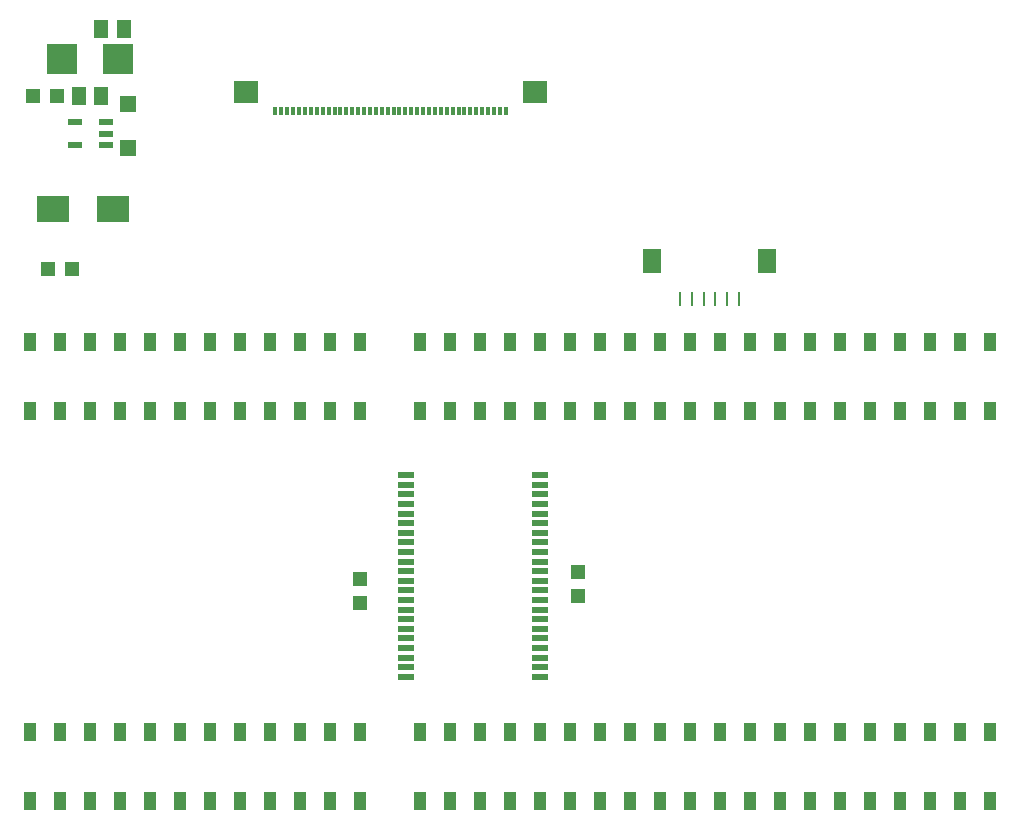
<source format=gtp>
G04 EAGLE Gerber RS-274X export*
G75*
%MOMM*%
%FSLAX34Y34*%
%LPD*%
%INSolderpaste Top*%
%IPPOS*%
%AMOC8*
5,1,8,0,0,1.08239X$1,22.5*%
G01*
%ADD10R,1.300000X1.200000*%
%ADD11R,1.200000X1.300000*%
%ADD12R,1.300000X1.500000*%
%ADD13R,2.540000X2.540000*%
%ADD14R,1.400000X1.400000*%
%ADD15R,0.300000X0.800000*%
%ADD16R,2.000000X1.900000*%
%ADD17R,0.250000X1.250000*%
%ADD18R,1.650000X2.050000*%
%ADD19R,2.692400X2.209800*%
%ADD20R,1.320800X0.508000*%
%ADD21R,0.990600X1.549400*%
%ADD22R,1.200000X0.550000*%


D10*
X488950Y193040D03*
X488950Y213360D03*
D11*
X40640Y469900D03*
X60960Y469900D03*
D12*
X104750Y673100D03*
X85750Y673100D03*
X66700Y615950D03*
X85700Y615950D03*
D13*
X99695Y647700D03*
X52705Y647700D03*
D14*
X107950Y609050D03*
X107950Y572050D03*
D15*
X428100Y603650D03*
X423100Y603650D03*
X418100Y603650D03*
X413100Y603650D03*
X408100Y603650D03*
X403100Y603650D03*
X398100Y603650D03*
X393100Y603650D03*
X388100Y603650D03*
X383100Y603650D03*
X378100Y603650D03*
X373100Y603650D03*
X368100Y603650D03*
X363100Y603650D03*
X358100Y603650D03*
X353100Y603650D03*
X348100Y603650D03*
X343100Y603650D03*
X338100Y603650D03*
X333100Y603650D03*
X328100Y603650D03*
X323100Y603650D03*
X318100Y603650D03*
X313100Y603650D03*
X308100Y603650D03*
X303100Y603650D03*
X298100Y603650D03*
X293100Y603650D03*
X288100Y603650D03*
X283100Y603650D03*
D16*
X208562Y619650D03*
X452600Y619650D03*
D15*
X278100Y603650D03*
X273100Y603650D03*
X268100Y603650D03*
X263100Y603650D03*
X258100Y603650D03*
X253100Y603650D03*
X248100Y603650D03*
X243100Y603650D03*
X238100Y603650D03*
X233100Y603650D03*
D17*
X625550Y443750D03*
X615550Y443750D03*
X605550Y443750D03*
X595550Y443750D03*
X585550Y443750D03*
X575550Y443750D03*
D18*
X551550Y476250D03*
X649550Y476250D03*
D19*
X95377Y520700D03*
X44323Y520700D03*
D11*
X27940Y615950D03*
X48260Y615950D03*
D20*
X343281Y294894D03*
X343281Y286766D03*
X343281Y278638D03*
X343281Y270510D03*
X343281Y262382D03*
X343281Y254254D03*
X343281Y246126D03*
X343281Y237998D03*
X343281Y229870D03*
X343281Y221742D03*
X343281Y213614D03*
X343281Y205486D03*
X343281Y197358D03*
X343281Y189230D03*
X343281Y181102D03*
X343281Y172974D03*
X343281Y164846D03*
X343281Y156718D03*
X343281Y148590D03*
X343281Y140462D03*
X343281Y132334D03*
X343281Y124206D03*
X456819Y124206D03*
X456819Y132334D03*
X456819Y140462D03*
X456819Y148590D03*
X456819Y156718D03*
X456819Y164846D03*
X456819Y172974D03*
X456819Y181102D03*
X456819Y189230D03*
X456819Y197358D03*
X456819Y205486D03*
X456819Y213614D03*
X456819Y221742D03*
X456819Y229870D03*
X456819Y237998D03*
X456819Y246126D03*
X456819Y254254D03*
X456819Y262382D03*
X456819Y270510D03*
X456819Y278638D03*
X456819Y286766D03*
X456819Y294894D03*
D21*
X304800Y19050D03*
X279400Y19050D03*
X254000Y19050D03*
X228600Y19050D03*
X203200Y19050D03*
X177800Y19050D03*
X152400Y19050D03*
X127000Y19050D03*
X101600Y19050D03*
X76200Y19050D03*
X50800Y19050D03*
X25400Y19050D03*
X304800Y77470D03*
X279400Y77470D03*
X254000Y77470D03*
X228600Y77470D03*
X203200Y77470D03*
X177800Y77470D03*
X152400Y77470D03*
X127000Y77470D03*
X101600Y77470D03*
X76200Y77470D03*
X50800Y77470D03*
X25400Y77470D03*
X838200Y19050D03*
X812800Y19050D03*
X787400Y19050D03*
X762000Y19050D03*
X736600Y19050D03*
X711200Y19050D03*
X685800Y19050D03*
X660400Y19050D03*
X635000Y19050D03*
X609600Y19050D03*
X381000Y19050D03*
X355600Y19050D03*
X838200Y77470D03*
X812800Y77470D03*
X787400Y77470D03*
X762000Y77470D03*
X736600Y77470D03*
X711200Y77470D03*
X685800Y77470D03*
X660400Y77470D03*
X635000Y77470D03*
X609600Y77470D03*
X381000Y77470D03*
X355600Y77470D03*
X584200Y19050D03*
X558800Y19050D03*
X533400Y19050D03*
X508000Y19050D03*
X482600Y19050D03*
X457200Y19050D03*
X431800Y19050D03*
X406400Y19050D03*
X584200Y77470D03*
X558800Y77470D03*
X533400Y77470D03*
X508000Y77470D03*
X482600Y77470D03*
X457200Y77470D03*
X431800Y77470D03*
X406400Y77470D03*
X304800Y349250D03*
X279400Y349250D03*
X254000Y349250D03*
X228600Y349250D03*
X203200Y349250D03*
X177800Y349250D03*
X152400Y349250D03*
X127000Y349250D03*
X101600Y349250D03*
X76200Y349250D03*
X50800Y349250D03*
X25400Y349250D03*
X304800Y407670D03*
X279400Y407670D03*
X254000Y407670D03*
X228600Y407670D03*
X203200Y407670D03*
X177800Y407670D03*
X152400Y407670D03*
X127000Y407670D03*
X101600Y407670D03*
X76200Y407670D03*
X50800Y407670D03*
X25400Y407670D03*
X838200Y349250D03*
X812800Y349250D03*
X787400Y349250D03*
X762000Y349250D03*
X736600Y349250D03*
X711200Y349250D03*
X685800Y349250D03*
X660400Y349250D03*
X635000Y349250D03*
X609600Y349250D03*
X381000Y349250D03*
X355600Y349250D03*
X838200Y407670D03*
X812800Y407670D03*
X787400Y407670D03*
X762000Y407670D03*
X736600Y407670D03*
X711200Y407670D03*
X685800Y407670D03*
X660400Y407670D03*
X635000Y407670D03*
X609600Y407670D03*
X381000Y407670D03*
X355600Y407670D03*
X584200Y349250D03*
X558800Y349250D03*
X533400Y349250D03*
X508000Y349250D03*
X482600Y349250D03*
X457200Y349250D03*
X431800Y349250D03*
X406400Y349250D03*
X584200Y407670D03*
X558800Y407670D03*
X533400Y407670D03*
X508000Y407670D03*
X482600Y407670D03*
X457200Y407670D03*
X431800Y407670D03*
X406400Y407670D03*
D22*
X89201Y574700D03*
X89201Y584200D03*
X89201Y593700D03*
X63199Y593700D03*
X63199Y574700D03*
D10*
X304800Y207010D03*
X304800Y186690D03*
M02*

</source>
